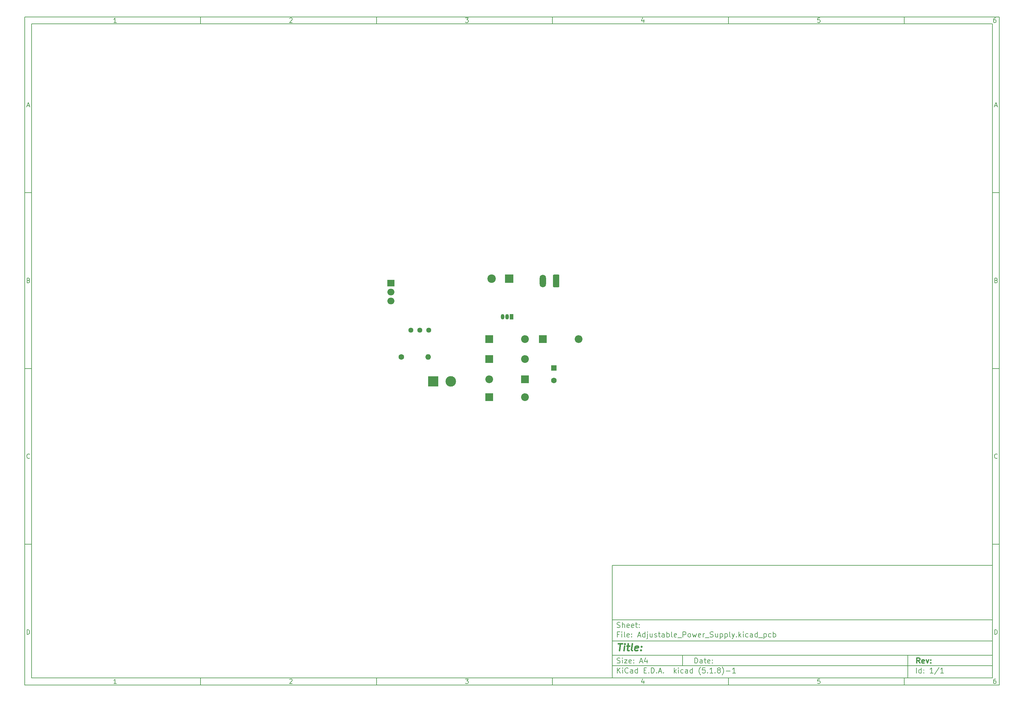
<source format=gtl>
%TF.GenerationSoftware,KiCad,Pcbnew,(5.1.8)-1*%
%TF.CreationDate,2021-07-18T20:21:08-07:00*%
%TF.ProjectId,Adjustable_Power_Supply,41646a75-7374-4616-926c-655f506f7765,rev?*%
%TF.SameCoordinates,Original*%
%TF.FileFunction,Copper,L1,Top*%
%TF.FilePolarity,Positive*%
%FSLAX46Y46*%
G04 Gerber Fmt 4.6, Leading zero omitted, Abs format (unit mm)*
G04 Created by KiCad (PCBNEW (5.1.8)-1) date 2021-07-18 20:21:08*
%MOMM*%
%LPD*%
G01*
G04 APERTURE LIST*
%ADD10C,0.100000*%
%ADD11C,0.150000*%
%ADD12C,0.300000*%
%ADD13C,0.400000*%
%TA.AperFunction,ComponentPad*%
%ADD14R,2.400000X2.400000*%
%TD*%
%TA.AperFunction,ComponentPad*%
%ADD15C,2.400000*%
%TD*%
%TA.AperFunction,ComponentPad*%
%ADD16R,1.600000X1.600000*%
%TD*%
%TA.AperFunction,ComponentPad*%
%ADD17C,1.600000*%
%TD*%
%TA.AperFunction,ComponentPad*%
%ADD18R,2.200000X2.200000*%
%TD*%
%TA.AperFunction,ComponentPad*%
%ADD19O,2.200000X2.200000*%
%TD*%
%TA.AperFunction,ComponentPad*%
%ADD20R,3.000000X3.000000*%
%TD*%
%TA.AperFunction,ComponentPad*%
%ADD21C,3.000000*%
%TD*%
%TA.AperFunction,ComponentPad*%
%ADD22O,1.800000X3.600000*%
%TD*%
%TA.AperFunction,ComponentPad*%
%ADD23O,1.050000X1.500000*%
%TD*%
%TA.AperFunction,ComponentPad*%
%ADD24R,1.050000X1.500000*%
%TD*%
%TA.AperFunction,ComponentPad*%
%ADD25O,1.600000X1.600000*%
%TD*%
%TA.AperFunction,ComponentPad*%
%ADD26C,1.440000*%
%TD*%
%TA.AperFunction,ComponentPad*%
%ADD27R,2.000000X1.905000*%
%TD*%
%TA.AperFunction,ComponentPad*%
%ADD28O,2.000000X1.905000*%
%TD*%
G04 APERTURE END LIST*
D10*
D11*
X177002200Y-166007200D02*
X177002200Y-198007200D01*
X285002200Y-198007200D01*
X285002200Y-166007200D01*
X177002200Y-166007200D01*
D10*
D11*
X10000000Y-10000000D02*
X10000000Y-200007200D01*
X287002200Y-200007200D01*
X287002200Y-10000000D01*
X10000000Y-10000000D01*
D10*
D11*
X12000000Y-12000000D02*
X12000000Y-198007200D01*
X285002200Y-198007200D01*
X285002200Y-12000000D01*
X12000000Y-12000000D01*
D10*
D11*
X60000000Y-12000000D02*
X60000000Y-10000000D01*
D10*
D11*
X110000000Y-12000000D02*
X110000000Y-10000000D01*
D10*
D11*
X160000000Y-12000000D02*
X160000000Y-10000000D01*
D10*
D11*
X210000000Y-12000000D02*
X210000000Y-10000000D01*
D10*
D11*
X260000000Y-12000000D02*
X260000000Y-10000000D01*
D10*
D11*
X36065476Y-11588095D02*
X35322619Y-11588095D01*
X35694047Y-11588095D02*
X35694047Y-10288095D01*
X35570238Y-10473809D01*
X35446428Y-10597619D01*
X35322619Y-10659523D01*
D10*
D11*
X85322619Y-10411904D02*
X85384523Y-10350000D01*
X85508333Y-10288095D01*
X85817857Y-10288095D01*
X85941666Y-10350000D01*
X86003571Y-10411904D01*
X86065476Y-10535714D01*
X86065476Y-10659523D01*
X86003571Y-10845238D01*
X85260714Y-11588095D01*
X86065476Y-11588095D01*
D10*
D11*
X135260714Y-10288095D02*
X136065476Y-10288095D01*
X135632142Y-10783333D01*
X135817857Y-10783333D01*
X135941666Y-10845238D01*
X136003571Y-10907142D01*
X136065476Y-11030952D01*
X136065476Y-11340476D01*
X136003571Y-11464285D01*
X135941666Y-11526190D01*
X135817857Y-11588095D01*
X135446428Y-11588095D01*
X135322619Y-11526190D01*
X135260714Y-11464285D01*
D10*
D11*
X185941666Y-10721428D02*
X185941666Y-11588095D01*
X185632142Y-10226190D02*
X185322619Y-11154761D01*
X186127380Y-11154761D01*
D10*
D11*
X236003571Y-10288095D02*
X235384523Y-10288095D01*
X235322619Y-10907142D01*
X235384523Y-10845238D01*
X235508333Y-10783333D01*
X235817857Y-10783333D01*
X235941666Y-10845238D01*
X236003571Y-10907142D01*
X236065476Y-11030952D01*
X236065476Y-11340476D01*
X236003571Y-11464285D01*
X235941666Y-11526190D01*
X235817857Y-11588095D01*
X235508333Y-11588095D01*
X235384523Y-11526190D01*
X235322619Y-11464285D01*
D10*
D11*
X285941666Y-10288095D02*
X285694047Y-10288095D01*
X285570238Y-10350000D01*
X285508333Y-10411904D01*
X285384523Y-10597619D01*
X285322619Y-10845238D01*
X285322619Y-11340476D01*
X285384523Y-11464285D01*
X285446428Y-11526190D01*
X285570238Y-11588095D01*
X285817857Y-11588095D01*
X285941666Y-11526190D01*
X286003571Y-11464285D01*
X286065476Y-11340476D01*
X286065476Y-11030952D01*
X286003571Y-10907142D01*
X285941666Y-10845238D01*
X285817857Y-10783333D01*
X285570238Y-10783333D01*
X285446428Y-10845238D01*
X285384523Y-10907142D01*
X285322619Y-11030952D01*
D10*
D11*
X60000000Y-198007200D02*
X60000000Y-200007200D01*
D10*
D11*
X110000000Y-198007200D02*
X110000000Y-200007200D01*
D10*
D11*
X160000000Y-198007200D02*
X160000000Y-200007200D01*
D10*
D11*
X210000000Y-198007200D02*
X210000000Y-200007200D01*
D10*
D11*
X260000000Y-198007200D02*
X260000000Y-200007200D01*
D10*
D11*
X36065476Y-199595295D02*
X35322619Y-199595295D01*
X35694047Y-199595295D02*
X35694047Y-198295295D01*
X35570238Y-198481009D01*
X35446428Y-198604819D01*
X35322619Y-198666723D01*
D10*
D11*
X85322619Y-198419104D02*
X85384523Y-198357200D01*
X85508333Y-198295295D01*
X85817857Y-198295295D01*
X85941666Y-198357200D01*
X86003571Y-198419104D01*
X86065476Y-198542914D01*
X86065476Y-198666723D01*
X86003571Y-198852438D01*
X85260714Y-199595295D01*
X86065476Y-199595295D01*
D10*
D11*
X135260714Y-198295295D02*
X136065476Y-198295295D01*
X135632142Y-198790533D01*
X135817857Y-198790533D01*
X135941666Y-198852438D01*
X136003571Y-198914342D01*
X136065476Y-199038152D01*
X136065476Y-199347676D01*
X136003571Y-199471485D01*
X135941666Y-199533390D01*
X135817857Y-199595295D01*
X135446428Y-199595295D01*
X135322619Y-199533390D01*
X135260714Y-199471485D01*
D10*
D11*
X185941666Y-198728628D02*
X185941666Y-199595295D01*
X185632142Y-198233390D02*
X185322619Y-199161961D01*
X186127380Y-199161961D01*
D10*
D11*
X236003571Y-198295295D02*
X235384523Y-198295295D01*
X235322619Y-198914342D01*
X235384523Y-198852438D01*
X235508333Y-198790533D01*
X235817857Y-198790533D01*
X235941666Y-198852438D01*
X236003571Y-198914342D01*
X236065476Y-199038152D01*
X236065476Y-199347676D01*
X236003571Y-199471485D01*
X235941666Y-199533390D01*
X235817857Y-199595295D01*
X235508333Y-199595295D01*
X235384523Y-199533390D01*
X235322619Y-199471485D01*
D10*
D11*
X285941666Y-198295295D02*
X285694047Y-198295295D01*
X285570238Y-198357200D01*
X285508333Y-198419104D01*
X285384523Y-198604819D01*
X285322619Y-198852438D01*
X285322619Y-199347676D01*
X285384523Y-199471485D01*
X285446428Y-199533390D01*
X285570238Y-199595295D01*
X285817857Y-199595295D01*
X285941666Y-199533390D01*
X286003571Y-199471485D01*
X286065476Y-199347676D01*
X286065476Y-199038152D01*
X286003571Y-198914342D01*
X285941666Y-198852438D01*
X285817857Y-198790533D01*
X285570238Y-198790533D01*
X285446428Y-198852438D01*
X285384523Y-198914342D01*
X285322619Y-199038152D01*
D10*
D11*
X10000000Y-60000000D02*
X12000000Y-60000000D01*
D10*
D11*
X10000000Y-110000000D02*
X12000000Y-110000000D01*
D10*
D11*
X10000000Y-160000000D02*
X12000000Y-160000000D01*
D10*
D11*
X10690476Y-35216666D02*
X11309523Y-35216666D01*
X10566666Y-35588095D02*
X11000000Y-34288095D01*
X11433333Y-35588095D01*
D10*
D11*
X11092857Y-84907142D02*
X11278571Y-84969047D01*
X11340476Y-85030952D01*
X11402380Y-85154761D01*
X11402380Y-85340476D01*
X11340476Y-85464285D01*
X11278571Y-85526190D01*
X11154761Y-85588095D01*
X10659523Y-85588095D01*
X10659523Y-84288095D01*
X11092857Y-84288095D01*
X11216666Y-84350000D01*
X11278571Y-84411904D01*
X11340476Y-84535714D01*
X11340476Y-84659523D01*
X11278571Y-84783333D01*
X11216666Y-84845238D01*
X11092857Y-84907142D01*
X10659523Y-84907142D01*
D10*
D11*
X11402380Y-135464285D02*
X11340476Y-135526190D01*
X11154761Y-135588095D01*
X11030952Y-135588095D01*
X10845238Y-135526190D01*
X10721428Y-135402380D01*
X10659523Y-135278571D01*
X10597619Y-135030952D01*
X10597619Y-134845238D01*
X10659523Y-134597619D01*
X10721428Y-134473809D01*
X10845238Y-134350000D01*
X11030952Y-134288095D01*
X11154761Y-134288095D01*
X11340476Y-134350000D01*
X11402380Y-134411904D01*
D10*
D11*
X10659523Y-185588095D02*
X10659523Y-184288095D01*
X10969047Y-184288095D01*
X11154761Y-184350000D01*
X11278571Y-184473809D01*
X11340476Y-184597619D01*
X11402380Y-184845238D01*
X11402380Y-185030952D01*
X11340476Y-185278571D01*
X11278571Y-185402380D01*
X11154761Y-185526190D01*
X10969047Y-185588095D01*
X10659523Y-185588095D01*
D10*
D11*
X287002200Y-60000000D02*
X285002200Y-60000000D01*
D10*
D11*
X287002200Y-110000000D02*
X285002200Y-110000000D01*
D10*
D11*
X287002200Y-160000000D02*
X285002200Y-160000000D01*
D10*
D11*
X285692676Y-35216666D02*
X286311723Y-35216666D01*
X285568866Y-35588095D02*
X286002200Y-34288095D01*
X286435533Y-35588095D01*
D10*
D11*
X286095057Y-84907142D02*
X286280771Y-84969047D01*
X286342676Y-85030952D01*
X286404580Y-85154761D01*
X286404580Y-85340476D01*
X286342676Y-85464285D01*
X286280771Y-85526190D01*
X286156961Y-85588095D01*
X285661723Y-85588095D01*
X285661723Y-84288095D01*
X286095057Y-84288095D01*
X286218866Y-84350000D01*
X286280771Y-84411904D01*
X286342676Y-84535714D01*
X286342676Y-84659523D01*
X286280771Y-84783333D01*
X286218866Y-84845238D01*
X286095057Y-84907142D01*
X285661723Y-84907142D01*
D10*
D11*
X286404580Y-135464285D02*
X286342676Y-135526190D01*
X286156961Y-135588095D01*
X286033152Y-135588095D01*
X285847438Y-135526190D01*
X285723628Y-135402380D01*
X285661723Y-135278571D01*
X285599819Y-135030952D01*
X285599819Y-134845238D01*
X285661723Y-134597619D01*
X285723628Y-134473809D01*
X285847438Y-134350000D01*
X286033152Y-134288095D01*
X286156961Y-134288095D01*
X286342676Y-134350000D01*
X286404580Y-134411904D01*
D10*
D11*
X285661723Y-185588095D02*
X285661723Y-184288095D01*
X285971247Y-184288095D01*
X286156961Y-184350000D01*
X286280771Y-184473809D01*
X286342676Y-184597619D01*
X286404580Y-184845238D01*
X286404580Y-185030952D01*
X286342676Y-185278571D01*
X286280771Y-185402380D01*
X286156961Y-185526190D01*
X285971247Y-185588095D01*
X285661723Y-185588095D01*
D10*
D11*
X200434342Y-193785771D02*
X200434342Y-192285771D01*
X200791485Y-192285771D01*
X201005771Y-192357200D01*
X201148628Y-192500057D01*
X201220057Y-192642914D01*
X201291485Y-192928628D01*
X201291485Y-193142914D01*
X201220057Y-193428628D01*
X201148628Y-193571485D01*
X201005771Y-193714342D01*
X200791485Y-193785771D01*
X200434342Y-193785771D01*
X202577200Y-193785771D02*
X202577200Y-193000057D01*
X202505771Y-192857200D01*
X202362914Y-192785771D01*
X202077200Y-192785771D01*
X201934342Y-192857200D01*
X202577200Y-193714342D02*
X202434342Y-193785771D01*
X202077200Y-193785771D01*
X201934342Y-193714342D01*
X201862914Y-193571485D01*
X201862914Y-193428628D01*
X201934342Y-193285771D01*
X202077200Y-193214342D01*
X202434342Y-193214342D01*
X202577200Y-193142914D01*
X203077200Y-192785771D02*
X203648628Y-192785771D01*
X203291485Y-192285771D02*
X203291485Y-193571485D01*
X203362914Y-193714342D01*
X203505771Y-193785771D01*
X203648628Y-193785771D01*
X204720057Y-193714342D02*
X204577200Y-193785771D01*
X204291485Y-193785771D01*
X204148628Y-193714342D01*
X204077200Y-193571485D01*
X204077200Y-193000057D01*
X204148628Y-192857200D01*
X204291485Y-192785771D01*
X204577200Y-192785771D01*
X204720057Y-192857200D01*
X204791485Y-193000057D01*
X204791485Y-193142914D01*
X204077200Y-193285771D01*
X205434342Y-193642914D02*
X205505771Y-193714342D01*
X205434342Y-193785771D01*
X205362914Y-193714342D01*
X205434342Y-193642914D01*
X205434342Y-193785771D01*
X205434342Y-192857200D02*
X205505771Y-192928628D01*
X205434342Y-193000057D01*
X205362914Y-192928628D01*
X205434342Y-192857200D01*
X205434342Y-193000057D01*
D10*
D11*
X177002200Y-194507200D02*
X285002200Y-194507200D01*
D10*
D11*
X178434342Y-196585771D02*
X178434342Y-195085771D01*
X179291485Y-196585771D02*
X178648628Y-195728628D01*
X179291485Y-195085771D02*
X178434342Y-195942914D01*
X179934342Y-196585771D02*
X179934342Y-195585771D01*
X179934342Y-195085771D02*
X179862914Y-195157200D01*
X179934342Y-195228628D01*
X180005771Y-195157200D01*
X179934342Y-195085771D01*
X179934342Y-195228628D01*
X181505771Y-196442914D02*
X181434342Y-196514342D01*
X181220057Y-196585771D01*
X181077200Y-196585771D01*
X180862914Y-196514342D01*
X180720057Y-196371485D01*
X180648628Y-196228628D01*
X180577200Y-195942914D01*
X180577200Y-195728628D01*
X180648628Y-195442914D01*
X180720057Y-195300057D01*
X180862914Y-195157200D01*
X181077200Y-195085771D01*
X181220057Y-195085771D01*
X181434342Y-195157200D01*
X181505771Y-195228628D01*
X182791485Y-196585771D02*
X182791485Y-195800057D01*
X182720057Y-195657200D01*
X182577200Y-195585771D01*
X182291485Y-195585771D01*
X182148628Y-195657200D01*
X182791485Y-196514342D02*
X182648628Y-196585771D01*
X182291485Y-196585771D01*
X182148628Y-196514342D01*
X182077200Y-196371485D01*
X182077200Y-196228628D01*
X182148628Y-196085771D01*
X182291485Y-196014342D01*
X182648628Y-196014342D01*
X182791485Y-195942914D01*
X184148628Y-196585771D02*
X184148628Y-195085771D01*
X184148628Y-196514342D02*
X184005771Y-196585771D01*
X183720057Y-196585771D01*
X183577200Y-196514342D01*
X183505771Y-196442914D01*
X183434342Y-196300057D01*
X183434342Y-195871485D01*
X183505771Y-195728628D01*
X183577200Y-195657200D01*
X183720057Y-195585771D01*
X184005771Y-195585771D01*
X184148628Y-195657200D01*
X186005771Y-195800057D02*
X186505771Y-195800057D01*
X186720057Y-196585771D02*
X186005771Y-196585771D01*
X186005771Y-195085771D01*
X186720057Y-195085771D01*
X187362914Y-196442914D02*
X187434342Y-196514342D01*
X187362914Y-196585771D01*
X187291485Y-196514342D01*
X187362914Y-196442914D01*
X187362914Y-196585771D01*
X188077200Y-196585771D02*
X188077200Y-195085771D01*
X188434342Y-195085771D01*
X188648628Y-195157200D01*
X188791485Y-195300057D01*
X188862914Y-195442914D01*
X188934342Y-195728628D01*
X188934342Y-195942914D01*
X188862914Y-196228628D01*
X188791485Y-196371485D01*
X188648628Y-196514342D01*
X188434342Y-196585771D01*
X188077200Y-196585771D01*
X189577200Y-196442914D02*
X189648628Y-196514342D01*
X189577200Y-196585771D01*
X189505771Y-196514342D01*
X189577200Y-196442914D01*
X189577200Y-196585771D01*
X190220057Y-196157200D02*
X190934342Y-196157200D01*
X190077200Y-196585771D02*
X190577200Y-195085771D01*
X191077200Y-196585771D01*
X191577200Y-196442914D02*
X191648628Y-196514342D01*
X191577200Y-196585771D01*
X191505771Y-196514342D01*
X191577200Y-196442914D01*
X191577200Y-196585771D01*
X194577200Y-196585771D02*
X194577200Y-195085771D01*
X194720057Y-196014342D02*
X195148628Y-196585771D01*
X195148628Y-195585771D02*
X194577200Y-196157200D01*
X195791485Y-196585771D02*
X195791485Y-195585771D01*
X195791485Y-195085771D02*
X195720057Y-195157200D01*
X195791485Y-195228628D01*
X195862914Y-195157200D01*
X195791485Y-195085771D01*
X195791485Y-195228628D01*
X197148628Y-196514342D02*
X197005771Y-196585771D01*
X196720057Y-196585771D01*
X196577200Y-196514342D01*
X196505771Y-196442914D01*
X196434342Y-196300057D01*
X196434342Y-195871485D01*
X196505771Y-195728628D01*
X196577200Y-195657200D01*
X196720057Y-195585771D01*
X197005771Y-195585771D01*
X197148628Y-195657200D01*
X198434342Y-196585771D02*
X198434342Y-195800057D01*
X198362914Y-195657200D01*
X198220057Y-195585771D01*
X197934342Y-195585771D01*
X197791485Y-195657200D01*
X198434342Y-196514342D02*
X198291485Y-196585771D01*
X197934342Y-196585771D01*
X197791485Y-196514342D01*
X197720057Y-196371485D01*
X197720057Y-196228628D01*
X197791485Y-196085771D01*
X197934342Y-196014342D01*
X198291485Y-196014342D01*
X198434342Y-195942914D01*
X199791485Y-196585771D02*
X199791485Y-195085771D01*
X199791485Y-196514342D02*
X199648628Y-196585771D01*
X199362914Y-196585771D01*
X199220057Y-196514342D01*
X199148628Y-196442914D01*
X199077200Y-196300057D01*
X199077200Y-195871485D01*
X199148628Y-195728628D01*
X199220057Y-195657200D01*
X199362914Y-195585771D01*
X199648628Y-195585771D01*
X199791485Y-195657200D01*
X202077200Y-197157200D02*
X202005771Y-197085771D01*
X201862914Y-196871485D01*
X201791485Y-196728628D01*
X201720057Y-196514342D01*
X201648628Y-196157200D01*
X201648628Y-195871485D01*
X201720057Y-195514342D01*
X201791485Y-195300057D01*
X201862914Y-195157200D01*
X202005771Y-194942914D01*
X202077200Y-194871485D01*
X203362914Y-195085771D02*
X202648628Y-195085771D01*
X202577200Y-195800057D01*
X202648628Y-195728628D01*
X202791485Y-195657200D01*
X203148628Y-195657200D01*
X203291485Y-195728628D01*
X203362914Y-195800057D01*
X203434342Y-195942914D01*
X203434342Y-196300057D01*
X203362914Y-196442914D01*
X203291485Y-196514342D01*
X203148628Y-196585771D01*
X202791485Y-196585771D01*
X202648628Y-196514342D01*
X202577200Y-196442914D01*
X204077200Y-196442914D02*
X204148628Y-196514342D01*
X204077200Y-196585771D01*
X204005771Y-196514342D01*
X204077200Y-196442914D01*
X204077200Y-196585771D01*
X205577200Y-196585771D02*
X204720057Y-196585771D01*
X205148628Y-196585771D02*
X205148628Y-195085771D01*
X205005771Y-195300057D01*
X204862914Y-195442914D01*
X204720057Y-195514342D01*
X206220057Y-196442914D02*
X206291485Y-196514342D01*
X206220057Y-196585771D01*
X206148628Y-196514342D01*
X206220057Y-196442914D01*
X206220057Y-196585771D01*
X207148628Y-195728628D02*
X207005771Y-195657200D01*
X206934342Y-195585771D01*
X206862914Y-195442914D01*
X206862914Y-195371485D01*
X206934342Y-195228628D01*
X207005771Y-195157200D01*
X207148628Y-195085771D01*
X207434342Y-195085771D01*
X207577200Y-195157200D01*
X207648628Y-195228628D01*
X207720057Y-195371485D01*
X207720057Y-195442914D01*
X207648628Y-195585771D01*
X207577200Y-195657200D01*
X207434342Y-195728628D01*
X207148628Y-195728628D01*
X207005771Y-195800057D01*
X206934342Y-195871485D01*
X206862914Y-196014342D01*
X206862914Y-196300057D01*
X206934342Y-196442914D01*
X207005771Y-196514342D01*
X207148628Y-196585771D01*
X207434342Y-196585771D01*
X207577200Y-196514342D01*
X207648628Y-196442914D01*
X207720057Y-196300057D01*
X207720057Y-196014342D01*
X207648628Y-195871485D01*
X207577200Y-195800057D01*
X207434342Y-195728628D01*
X208220057Y-197157200D02*
X208291485Y-197085771D01*
X208434342Y-196871485D01*
X208505771Y-196728628D01*
X208577200Y-196514342D01*
X208648628Y-196157200D01*
X208648628Y-195871485D01*
X208577200Y-195514342D01*
X208505771Y-195300057D01*
X208434342Y-195157200D01*
X208291485Y-194942914D01*
X208220057Y-194871485D01*
X209362914Y-196014342D02*
X210505771Y-196014342D01*
X212005771Y-196585771D02*
X211148628Y-196585771D01*
X211577200Y-196585771D02*
X211577200Y-195085771D01*
X211434342Y-195300057D01*
X211291485Y-195442914D01*
X211148628Y-195514342D01*
D10*
D11*
X177002200Y-191507200D02*
X285002200Y-191507200D01*
D10*
D12*
X264411485Y-193785771D02*
X263911485Y-193071485D01*
X263554342Y-193785771D02*
X263554342Y-192285771D01*
X264125771Y-192285771D01*
X264268628Y-192357200D01*
X264340057Y-192428628D01*
X264411485Y-192571485D01*
X264411485Y-192785771D01*
X264340057Y-192928628D01*
X264268628Y-193000057D01*
X264125771Y-193071485D01*
X263554342Y-193071485D01*
X265625771Y-193714342D02*
X265482914Y-193785771D01*
X265197200Y-193785771D01*
X265054342Y-193714342D01*
X264982914Y-193571485D01*
X264982914Y-193000057D01*
X265054342Y-192857200D01*
X265197200Y-192785771D01*
X265482914Y-192785771D01*
X265625771Y-192857200D01*
X265697200Y-193000057D01*
X265697200Y-193142914D01*
X264982914Y-193285771D01*
X266197200Y-192785771D02*
X266554342Y-193785771D01*
X266911485Y-192785771D01*
X267482914Y-193642914D02*
X267554342Y-193714342D01*
X267482914Y-193785771D01*
X267411485Y-193714342D01*
X267482914Y-193642914D01*
X267482914Y-193785771D01*
X267482914Y-192857200D02*
X267554342Y-192928628D01*
X267482914Y-193000057D01*
X267411485Y-192928628D01*
X267482914Y-192857200D01*
X267482914Y-193000057D01*
D10*
D11*
X178362914Y-193714342D02*
X178577200Y-193785771D01*
X178934342Y-193785771D01*
X179077200Y-193714342D01*
X179148628Y-193642914D01*
X179220057Y-193500057D01*
X179220057Y-193357200D01*
X179148628Y-193214342D01*
X179077200Y-193142914D01*
X178934342Y-193071485D01*
X178648628Y-193000057D01*
X178505771Y-192928628D01*
X178434342Y-192857200D01*
X178362914Y-192714342D01*
X178362914Y-192571485D01*
X178434342Y-192428628D01*
X178505771Y-192357200D01*
X178648628Y-192285771D01*
X179005771Y-192285771D01*
X179220057Y-192357200D01*
X179862914Y-193785771D02*
X179862914Y-192785771D01*
X179862914Y-192285771D02*
X179791485Y-192357200D01*
X179862914Y-192428628D01*
X179934342Y-192357200D01*
X179862914Y-192285771D01*
X179862914Y-192428628D01*
X180434342Y-192785771D02*
X181220057Y-192785771D01*
X180434342Y-193785771D01*
X181220057Y-193785771D01*
X182362914Y-193714342D02*
X182220057Y-193785771D01*
X181934342Y-193785771D01*
X181791485Y-193714342D01*
X181720057Y-193571485D01*
X181720057Y-193000057D01*
X181791485Y-192857200D01*
X181934342Y-192785771D01*
X182220057Y-192785771D01*
X182362914Y-192857200D01*
X182434342Y-193000057D01*
X182434342Y-193142914D01*
X181720057Y-193285771D01*
X183077200Y-193642914D02*
X183148628Y-193714342D01*
X183077200Y-193785771D01*
X183005771Y-193714342D01*
X183077200Y-193642914D01*
X183077200Y-193785771D01*
X183077200Y-192857200D02*
X183148628Y-192928628D01*
X183077200Y-193000057D01*
X183005771Y-192928628D01*
X183077200Y-192857200D01*
X183077200Y-193000057D01*
X184862914Y-193357200D02*
X185577200Y-193357200D01*
X184720057Y-193785771D02*
X185220057Y-192285771D01*
X185720057Y-193785771D01*
X186862914Y-192785771D02*
X186862914Y-193785771D01*
X186505771Y-192214342D02*
X186148628Y-193285771D01*
X187077200Y-193285771D01*
D10*
D11*
X263434342Y-196585771D02*
X263434342Y-195085771D01*
X264791485Y-196585771D02*
X264791485Y-195085771D01*
X264791485Y-196514342D02*
X264648628Y-196585771D01*
X264362914Y-196585771D01*
X264220057Y-196514342D01*
X264148628Y-196442914D01*
X264077200Y-196300057D01*
X264077200Y-195871485D01*
X264148628Y-195728628D01*
X264220057Y-195657200D01*
X264362914Y-195585771D01*
X264648628Y-195585771D01*
X264791485Y-195657200D01*
X265505771Y-196442914D02*
X265577200Y-196514342D01*
X265505771Y-196585771D01*
X265434342Y-196514342D01*
X265505771Y-196442914D01*
X265505771Y-196585771D01*
X265505771Y-195657200D02*
X265577200Y-195728628D01*
X265505771Y-195800057D01*
X265434342Y-195728628D01*
X265505771Y-195657200D01*
X265505771Y-195800057D01*
X268148628Y-196585771D02*
X267291485Y-196585771D01*
X267720057Y-196585771D02*
X267720057Y-195085771D01*
X267577200Y-195300057D01*
X267434342Y-195442914D01*
X267291485Y-195514342D01*
X269862914Y-195014342D02*
X268577200Y-196942914D01*
X271148628Y-196585771D02*
X270291485Y-196585771D01*
X270720057Y-196585771D02*
X270720057Y-195085771D01*
X270577200Y-195300057D01*
X270434342Y-195442914D01*
X270291485Y-195514342D01*
D10*
D11*
X177002200Y-187507200D02*
X285002200Y-187507200D01*
D10*
D13*
X178714580Y-188211961D02*
X179857438Y-188211961D01*
X179036009Y-190211961D02*
X179286009Y-188211961D01*
X180274104Y-190211961D02*
X180440771Y-188878628D01*
X180524104Y-188211961D02*
X180416961Y-188307200D01*
X180500295Y-188402438D01*
X180607438Y-188307200D01*
X180524104Y-188211961D01*
X180500295Y-188402438D01*
X181107438Y-188878628D02*
X181869342Y-188878628D01*
X181476485Y-188211961D02*
X181262200Y-189926247D01*
X181333628Y-190116723D01*
X181512200Y-190211961D01*
X181702676Y-190211961D01*
X182655057Y-190211961D02*
X182476485Y-190116723D01*
X182405057Y-189926247D01*
X182619342Y-188211961D01*
X184190771Y-190116723D02*
X183988390Y-190211961D01*
X183607438Y-190211961D01*
X183428866Y-190116723D01*
X183357438Y-189926247D01*
X183452676Y-189164342D01*
X183571723Y-188973866D01*
X183774104Y-188878628D01*
X184155057Y-188878628D01*
X184333628Y-188973866D01*
X184405057Y-189164342D01*
X184381247Y-189354819D01*
X183405057Y-189545295D01*
X185155057Y-190021485D02*
X185238390Y-190116723D01*
X185131247Y-190211961D01*
X185047914Y-190116723D01*
X185155057Y-190021485D01*
X185131247Y-190211961D01*
X185286009Y-188973866D02*
X185369342Y-189069104D01*
X185262200Y-189164342D01*
X185178866Y-189069104D01*
X185286009Y-188973866D01*
X185262200Y-189164342D01*
D10*
D11*
X178934342Y-185600057D02*
X178434342Y-185600057D01*
X178434342Y-186385771D02*
X178434342Y-184885771D01*
X179148628Y-184885771D01*
X179720057Y-186385771D02*
X179720057Y-185385771D01*
X179720057Y-184885771D02*
X179648628Y-184957200D01*
X179720057Y-185028628D01*
X179791485Y-184957200D01*
X179720057Y-184885771D01*
X179720057Y-185028628D01*
X180648628Y-186385771D02*
X180505771Y-186314342D01*
X180434342Y-186171485D01*
X180434342Y-184885771D01*
X181791485Y-186314342D02*
X181648628Y-186385771D01*
X181362914Y-186385771D01*
X181220057Y-186314342D01*
X181148628Y-186171485D01*
X181148628Y-185600057D01*
X181220057Y-185457200D01*
X181362914Y-185385771D01*
X181648628Y-185385771D01*
X181791485Y-185457200D01*
X181862914Y-185600057D01*
X181862914Y-185742914D01*
X181148628Y-185885771D01*
X182505771Y-186242914D02*
X182577200Y-186314342D01*
X182505771Y-186385771D01*
X182434342Y-186314342D01*
X182505771Y-186242914D01*
X182505771Y-186385771D01*
X182505771Y-185457200D02*
X182577200Y-185528628D01*
X182505771Y-185600057D01*
X182434342Y-185528628D01*
X182505771Y-185457200D01*
X182505771Y-185600057D01*
X184291485Y-185957200D02*
X185005771Y-185957200D01*
X184148628Y-186385771D02*
X184648628Y-184885771D01*
X185148628Y-186385771D01*
X186291485Y-186385771D02*
X186291485Y-184885771D01*
X186291485Y-186314342D02*
X186148628Y-186385771D01*
X185862914Y-186385771D01*
X185720057Y-186314342D01*
X185648628Y-186242914D01*
X185577200Y-186100057D01*
X185577200Y-185671485D01*
X185648628Y-185528628D01*
X185720057Y-185457200D01*
X185862914Y-185385771D01*
X186148628Y-185385771D01*
X186291485Y-185457200D01*
X187005771Y-185385771D02*
X187005771Y-186671485D01*
X186934342Y-186814342D01*
X186791485Y-186885771D01*
X186720057Y-186885771D01*
X187005771Y-184885771D02*
X186934342Y-184957200D01*
X187005771Y-185028628D01*
X187077200Y-184957200D01*
X187005771Y-184885771D01*
X187005771Y-185028628D01*
X188362914Y-185385771D02*
X188362914Y-186385771D01*
X187720057Y-185385771D02*
X187720057Y-186171485D01*
X187791485Y-186314342D01*
X187934342Y-186385771D01*
X188148628Y-186385771D01*
X188291485Y-186314342D01*
X188362914Y-186242914D01*
X189005771Y-186314342D02*
X189148628Y-186385771D01*
X189434342Y-186385771D01*
X189577200Y-186314342D01*
X189648628Y-186171485D01*
X189648628Y-186100057D01*
X189577200Y-185957200D01*
X189434342Y-185885771D01*
X189220057Y-185885771D01*
X189077200Y-185814342D01*
X189005771Y-185671485D01*
X189005771Y-185600057D01*
X189077200Y-185457200D01*
X189220057Y-185385771D01*
X189434342Y-185385771D01*
X189577200Y-185457200D01*
X190077200Y-185385771D02*
X190648628Y-185385771D01*
X190291485Y-184885771D02*
X190291485Y-186171485D01*
X190362914Y-186314342D01*
X190505771Y-186385771D01*
X190648628Y-186385771D01*
X191791485Y-186385771D02*
X191791485Y-185600057D01*
X191720057Y-185457200D01*
X191577200Y-185385771D01*
X191291485Y-185385771D01*
X191148628Y-185457200D01*
X191791485Y-186314342D02*
X191648628Y-186385771D01*
X191291485Y-186385771D01*
X191148628Y-186314342D01*
X191077200Y-186171485D01*
X191077200Y-186028628D01*
X191148628Y-185885771D01*
X191291485Y-185814342D01*
X191648628Y-185814342D01*
X191791485Y-185742914D01*
X192505771Y-186385771D02*
X192505771Y-184885771D01*
X192505771Y-185457200D02*
X192648628Y-185385771D01*
X192934342Y-185385771D01*
X193077200Y-185457200D01*
X193148628Y-185528628D01*
X193220057Y-185671485D01*
X193220057Y-186100057D01*
X193148628Y-186242914D01*
X193077200Y-186314342D01*
X192934342Y-186385771D01*
X192648628Y-186385771D01*
X192505771Y-186314342D01*
X194077200Y-186385771D02*
X193934342Y-186314342D01*
X193862914Y-186171485D01*
X193862914Y-184885771D01*
X195220057Y-186314342D02*
X195077200Y-186385771D01*
X194791485Y-186385771D01*
X194648628Y-186314342D01*
X194577200Y-186171485D01*
X194577200Y-185600057D01*
X194648628Y-185457200D01*
X194791485Y-185385771D01*
X195077200Y-185385771D01*
X195220057Y-185457200D01*
X195291485Y-185600057D01*
X195291485Y-185742914D01*
X194577200Y-185885771D01*
X195577200Y-186528628D02*
X196720057Y-186528628D01*
X197077200Y-186385771D02*
X197077200Y-184885771D01*
X197648628Y-184885771D01*
X197791485Y-184957200D01*
X197862914Y-185028628D01*
X197934342Y-185171485D01*
X197934342Y-185385771D01*
X197862914Y-185528628D01*
X197791485Y-185600057D01*
X197648628Y-185671485D01*
X197077200Y-185671485D01*
X198791485Y-186385771D02*
X198648628Y-186314342D01*
X198577200Y-186242914D01*
X198505771Y-186100057D01*
X198505771Y-185671485D01*
X198577200Y-185528628D01*
X198648628Y-185457200D01*
X198791485Y-185385771D01*
X199005771Y-185385771D01*
X199148628Y-185457200D01*
X199220057Y-185528628D01*
X199291485Y-185671485D01*
X199291485Y-186100057D01*
X199220057Y-186242914D01*
X199148628Y-186314342D01*
X199005771Y-186385771D01*
X198791485Y-186385771D01*
X199791485Y-185385771D02*
X200077200Y-186385771D01*
X200362914Y-185671485D01*
X200648628Y-186385771D01*
X200934342Y-185385771D01*
X202077200Y-186314342D02*
X201934342Y-186385771D01*
X201648628Y-186385771D01*
X201505771Y-186314342D01*
X201434342Y-186171485D01*
X201434342Y-185600057D01*
X201505771Y-185457200D01*
X201648628Y-185385771D01*
X201934342Y-185385771D01*
X202077200Y-185457200D01*
X202148628Y-185600057D01*
X202148628Y-185742914D01*
X201434342Y-185885771D01*
X202791485Y-186385771D02*
X202791485Y-185385771D01*
X202791485Y-185671485D02*
X202862914Y-185528628D01*
X202934342Y-185457200D01*
X203077200Y-185385771D01*
X203220057Y-185385771D01*
X203362914Y-186528628D02*
X204505771Y-186528628D01*
X204791485Y-186314342D02*
X205005771Y-186385771D01*
X205362914Y-186385771D01*
X205505771Y-186314342D01*
X205577200Y-186242914D01*
X205648628Y-186100057D01*
X205648628Y-185957200D01*
X205577200Y-185814342D01*
X205505771Y-185742914D01*
X205362914Y-185671485D01*
X205077200Y-185600057D01*
X204934342Y-185528628D01*
X204862914Y-185457200D01*
X204791485Y-185314342D01*
X204791485Y-185171485D01*
X204862914Y-185028628D01*
X204934342Y-184957200D01*
X205077200Y-184885771D01*
X205434342Y-184885771D01*
X205648628Y-184957200D01*
X206934342Y-185385771D02*
X206934342Y-186385771D01*
X206291485Y-185385771D02*
X206291485Y-186171485D01*
X206362914Y-186314342D01*
X206505771Y-186385771D01*
X206720057Y-186385771D01*
X206862914Y-186314342D01*
X206934342Y-186242914D01*
X207648628Y-185385771D02*
X207648628Y-186885771D01*
X207648628Y-185457200D02*
X207791485Y-185385771D01*
X208077200Y-185385771D01*
X208220057Y-185457200D01*
X208291485Y-185528628D01*
X208362914Y-185671485D01*
X208362914Y-186100057D01*
X208291485Y-186242914D01*
X208220057Y-186314342D01*
X208077200Y-186385771D01*
X207791485Y-186385771D01*
X207648628Y-186314342D01*
X209005771Y-185385771D02*
X209005771Y-186885771D01*
X209005771Y-185457200D02*
X209148628Y-185385771D01*
X209434342Y-185385771D01*
X209577200Y-185457200D01*
X209648628Y-185528628D01*
X209720057Y-185671485D01*
X209720057Y-186100057D01*
X209648628Y-186242914D01*
X209577200Y-186314342D01*
X209434342Y-186385771D01*
X209148628Y-186385771D01*
X209005771Y-186314342D01*
X210577200Y-186385771D02*
X210434342Y-186314342D01*
X210362914Y-186171485D01*
X210362914Y-184885771D01*
X211005771Y-185385771D02*
X211362914Y-186385771D01*
X211720057Y-185385771D02*
X211362914Y-186385771D01*
X211220057Y-186742914D01*
X211148628Y-186814342D01*
X211005771Y-186885771D01*
X212291485Y-186242914D02*
X212362914Y-186314342D01*
X212291485Y-186385771D01*
X212220057Y-186314342D01*
X212291485Y-186242914D01*
X212291485Y-186385771D01*
X213005771Y-186385771D02*
X213005771Y-184885771D01*
X213148628Y-185814342D02*
X213577200Y-186385771D01*
X213577200Y-185385771D02*
X213005771Y-185957200D01*
X214220057Y-186385771D02*
X214220057Y-185385771D01*
X214220057Y-184885771D02*
X214148628Y-184957200D01*
X214220057Y-185028628D01*
X214291485Y-184957200D01*
X214220057Y-184885771D01*
X214220057Y-185028628D01*
X215577200Y-186314342D02*
X215434342Y-186385771D01*
X215148628Y-186385771D01*
X215005771Y-186314342D01*
X214934342Y-186242914D01*
X214862914Y-186100057D01*
X214862914Y-185671485D01*
X214934342Y-185528628D01*
X215005771Y-185457200D01*
X215148628Y-185385771D01*
X215434342Y-185385771D01*
X215577200Y-185457200D01*
X216862914Y-186385771D02*
X216862914Y-185600057D01*
X216791485Y-185457200D01*
X216648628Y-185385771D01*
X216362914Y-185385771D01*
X216220057Y-185457200D01*
X216862914Y-186314342D02*
X216720057Y-186385771D01*
X216362914Y-186385771D01*
X216220057Y-186314342D01*
X216148628Y-186171485D01*
X216148628Y-186028628D01*
X216220057Y-185885771D01*
X216362914Y-185814342D01*
X216720057Y-185814342D01*
X216862914Y-185742914D01*
X218220057Y-186385771D02*
X218220057Y-184885771D01*
X218220057Y-186314342D02*
X218077200Y-186385771D01*
X217791485Y-186385771D01*
X217648628Y-186314342D01*
X217577200Y-186242914D01*
X217505771Y-186100057D01*
X217505771Y-185671485D01*
X217577200Y-185528628D01*
X217648628Y-185457200D01*
X217791485Y-185385771D01*
X218077200Y-185385771D01*
X218220057Y-185457200D01*
X218577200Y-186528628D02*
X219720057Y-186528628D01*
X220077200Y-185385771D02*
X220077200Y-186885771D01*
X220077200Y-185457200D02*
X220220057Y-185385771D01*
X220505771Y-185385771D01*
X220648628Y-185457200D01*
X220720057Y-185528628D01*
X220791485Y-185671485D01*
X220791485Y-186100057D01*
X220720057Y-186242914D01*
X220648628Y-186314342D01*
X220505771Y-186385771D01*
X220220057Y-186385771D01*
X220077200Y-186314342D01*
X222077200Y-186314342D02*
X221934342Y-186385771D01*
X221648628Y-186385771D01*
X221505771Y-186314342D01*
X221434342Y-186242914D01*
X221362914Y-186100057D01*
X221362914Y-185671485D01*
X221434342Y-185528628D01*
X221505771Y-185457200D01*
X221648628Y-185385771D01*
X221934342Y-185385771D01*
X222077200Y-185457200D01*
X222720057Y-186385771D02*
X222720057Y-184885771D01*
X222720057Y-185457200D02*
X222862914Y-185385771D01*
X223148628Y-185385771D01*
X223291485Y-185457200D01*
X223362914Y-185528628D01*
X223434342Y-185671485D01*
X223434342Y-186100057D01*
X223362914Y-186242914D01*
X223291485Y-186314342D01*
X223148628Y-186385771D01*
X222862914Y-186385771D01*
X222720057Y-186314342D01*
D10*
D11*
X177002200Y-181507200D02*
X285002200Y-181507200D01*
D10*
D11*
X178362914Y-183614342D02*
X178577200Y-183685771D01*
X178934342Y-183685771D01*
X179077200Y-183614342D01*
X179148628Y-183542914D01*
X179220057Y-183400057D01*
X179220057Y-183257200D01*
X179148628Y-183114342D01*
X179077200Y-183042914D01*
X178934342Y-182971485D01*
X178648628Y-182900057D01*
X178505771Y-182828628D01*
X178434342Y-182757200D01*
X178362914Y-182614342D01*
X178362914Y-182471485D01*
X178434342Y-182328628D01*
X178505771Y-182257200D01*
X178648628Y-182185771D01*
X179005771Y-182185771D01*
X179220057Y-182257200D01*
X179862914Y-183685771D02*
X179862914Y-182185771D01*
X180505771Y-183685771D02*
X180505771Y-182900057D01*
X180434342Y-182757200D01*
X180291485Y-182685771D01*
X180077200Y-182685771D01*
X179934342Y-182757200D01*
X179862914Y-182828628D01*
X181791485Y-183614342D02*
X181648628Y-183685771D01*
X181362914Y-183685771D01*
X181220057Y-183614342D01*
X181148628Y-183471485D01*
X181148628Y-182900057D01*
X181220057Y-182757200D01*
X181362914Y-182685771D01*
X181648628Y-182685771D01*
X181791485Y-182757200D01*
X181862914Y-182900057D01*
X181862914Y-183042914D01*
X181148628Y-183185771D01*
X183077200Y-183614342D02*
X182934342Y-183685771D01*
X182648628Y-183685771D01*
X182505771Y-183614342D01*
X182434342Y-183471485D01*
X182434342Y-182900057D01*
X182505771Y-182757200D01*
X182648628Y-182685771D01*
X182934342Y-182685771D01*
X183077200Y-182757200D01*
X183148628Y-182900057D01*
X183148628Y-183042914D01*
X182434342Y-183185771D01*
X183577200Y-182685771D02*
X184148628Y-182685771D01*
X183791485Y-182185771D02*
X183791485Y-183471485D01*
X183862914Y-183614342D01*
X184005771Y-183685771D01*
X184148628Y-183685771D01*
X184648628Y-183542914D02*
X184720057Y-183614342D01*
X184648628Y-183685771D01*
X184577200Y-183614342D01*
X184648628Y-183542914D01*
X184648628Y-183685771D01*
X184648628Y-182757200D02*
X184720057Y-182828628D01*
X184648628Y-182900057D01*
X184577200Y-182828628D01*
X184648628Y-182757200D01*
X184648628Y-182900057D01*
D10*
D11*
X197002200Y-191507200D02*
X197002200Y-194507200D01*
D10*
D11*
X261002200Y-191507200D02*
X261002200Y-198007200D01*
D14*
%TO.P,C1,1*%
%TO.N,Net-(C1-Pad1)*%
X147710000Y-84455000D03*
D15*
%TO.P,C1,2*%
%TO.N,GND*%
X142710000Y-84455000D03*
%TD*%
D16*
%TO.P,C2,1*%
%TO.N,Net-(C2-Pad1)*%
X160410000Y-109855000D03*
D17*
%TO.P,C2,2*%
%TO.N,GND*%
X160410000Y-113355000D03*
%TD*%
D18*
%TO.P,D1,1*%
%TO.N,Net-(D1-Pad1)*%
X141995000Y-118110000D03*
D19*
%TO.P,D1,2*%
%TO.N,GND*%
X152155000Y-118110000D03*
%TD*%
%TO.P,D2,2*%
%TO.N,GND*%
X167395000Y-101600000D03*
D18*
%TO.P,D2,1*%
%TO.N,Net-(D2-Pad1)*%
X157235000Y-101600000D03*
%TD*%
%TO.P,D3,1*%
%TO.N,Net-(C1-Pad1)*%
X152155000Y-113030000D03*
D19*
%TO.P,D3,2*%
%TO.N,Net-(D1-Pad1)*%
X141995000Y-113030000D03*
%TD*%
D18*
%TO.P,D4,1*%
%TO.N,Net-(C1-Pad1)*%
X141995000Y-101600000D03*
D19*
%TO.P,D4,2*%
%TO.N,Net-(D2-Pad1)*%
X152155000Y-101600000D03*
%TD*%
%TO.P,D5,2*%
%TO.N,Net-(C2-Pad1)*%
X152155000Y-107315000D03*
D18*
%TO.P,D5,1*%
%TO.N,Net-(C1-Pad1)*%
X141995000Y-107315000D03*
%TD*%
D20*
%TO.P,J1,1*%
%TO.N,Net-(D2-Pad1)*%
X126120000Y-113665000D03*
D21*
%TO.P,J1,2*%
%TO.N,Net-(D1-Pad1)*%
X131120000Y-113665000D03*
%TD*%
%TO.P,J2,1*%
%TO.N,Net-(J2-Pad1)*%
%TA.AperFunction,ComponentPad*%
G36*
G01*
X161945000Y-83540000D02*
X161945000Y-86640000D01*
G75*
G02*
X161695000Y-86890000I-250000J0D01*
G01*
X160395000Y-86890000D01*
G75*
G02*
X160145000Y-86640000I0J250000D01*
G01*
X160145000Y-83540000D01*
G75*
G02*
X160395000Y-83290000I250000J0D01*
G01*
X161695000Y-83290000D01*
G75*
G02*
X161945000Y-83540000I0J-250000D01*
G01*
G37*
%TD.AperFunction*%
D22*
%TO.P,J2,2*%
%TO.N,GND*%
X157235000Y-85090000D03*
%TD*%
D23*
%TO.P,Q1,2*%
%TO.N,Net-(J2-Pad1)*%
X147075000Y-95250000D03*
%TO.P,Q1,3*%
%TO.N,Net-(C1-Pad1)*%
X145805000Y-95250000D03*
D24*
%TO.P,Q1,1*%
%TO.N,Net-(C2-Pad1)*%
X148345000Y-95250000D03*
%TD*%
D17*
%TO.P,R1,1*%
%TO.N,Net-(C2-Pad1)*%
X117035001Y-106720001D03*
D25*
%TO.P,R1,2*%
%TO.N,Net-(R1-Pad2)*%
X124655001Y-106720001D03*
%TD*%
D26*
%TO.P,R2,1*%
%TO.N,Net-(R1-Pad2)*%
X124850000Y-99060000D03*
%TO.P,R2,2*%
%TO.N,GND*%
X122310000Y-99060000D03*
%TO.P,R2,3*%
X119770000Y-99060000D03*
%TD*%
D27*
%TO.P,U1,1*%
%TO.N,Net-(C1-Pad1)*%
X114055000Y-85725000D03*
D28*
%TO.P,U1,2*%
%TO.N,Net-(C2-Pad1)*%
X114055000Y-88265000D03*
%TO.P,U1,3*%
X114055000Y-90805000D03*
%TD*%
M02*

</source>
